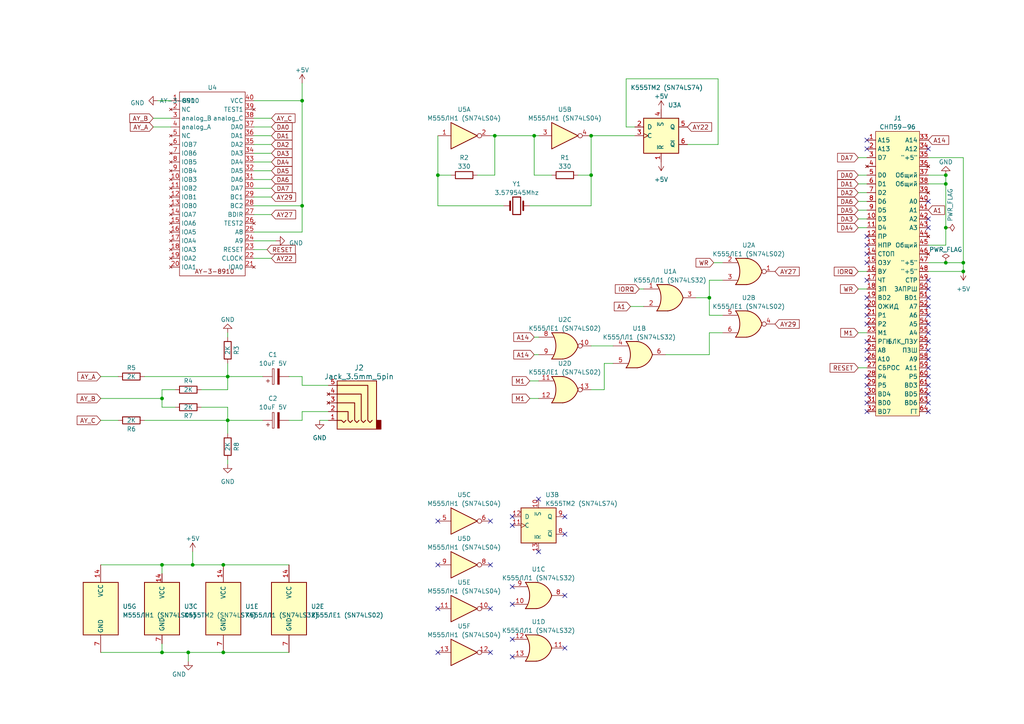
<source format=kicad_sch>
(kicad_sch (version 20230121) (generator eeschema)
  (paper "A4")
  (lib_symbols
    (symbol "74xx:74LS02" (pin_names (offset 1.016))
      (property "Reference" "U" (at 0 1.27 0))
      (property "Value" "74LS02" (at 0 -1.27 0))
      (symbol "74LS02_1_1"
        (pin output inverted (at 7.62 0 180) (length 3.81) (name "~") (number "1"))
        (pin input line (at -7.62 2.54 0) (length 4.318) (name "~") (number "2"))
        (pin input line (at -7.62 -2.54 0) (length 4.318) (name "~") (number "3"))
      )
      (symbol "74LS02_1_2"
        (pin output line (at 7.62 0 180) (length 3.81) (name "~") (number "1"))
        (pin input inverted (at -7.62 2.54 0) (length 3.81) (name "~") (number "2"))
        (pin input inverted (at -7.62 -2.54 0) (length 3.81) (name "~") (number "3"))
      )
      (symbol "74LS02_2_1"
        (pin output inverted (at 7.62 0 180) (length 3.81) (name "~") (number "4"))
        (pin input line (at -7.62 2.54 0) (length 4.318) (name "~") (number "5"))
        (pin input line (at -7.62 -2.54 0) (length 4.318) (name "~") (number "6"))
      )
      (symbol "74LS02_2_2"
        (pin output line (at 7.62 0 180) (length 3.81) (name "~") (number "4"))
        (pin input inverted (at -7.62 2.54 0) (length 3.81) (name "~") (number "5"))
        (pin input inverted (at -7.62 -2.54 0) (length 3.81) (name "~") (number "6"))
      )
      (symbol "74LS02_3_1"
        (pin output inverted (at 7.62 0 180) (length 3.81) (name "~") (number "10"))
        (pin input line (at -7.62 2.54 0) (length 4.318) (name "~") (number "8"))
        (pin input line (at -7.62 -2.54 0) (length 4.318) (name "~") (number "9"))
      )
      (symbol "74LS02_3_2"
        (pin output line (at 7.62 0 180) (length 3.81) (name "~") (number "10"))
        (pin input inverted (at -7.62 2.54 0) (length 3.81) (name "~") (number "8"))
        (pin input inverted (at -7.62 -2.54 0) (length 3.81) (name "~") (number "9"))
      )
      (symbol "74LS02_4_1"
        (pin input line (at -7.62 2.54 0) (length 4.318) (name "~") (number "11"))
        (pin input line (at -7.62 -2.54 0) (length 4.318) (name "~") (number "12"))
        (pin output inverted (at 7.62 0 180) (length 3.81) (name "~") (number "13"))
      )
      (symbol "74LS02_4_2"
        (pin input inverted (at -7.62 2.54 0) (length 3.81) (name "~") (number "11"))
        (pin input inverted (at -7.62 -2.54 0) (length 3.81) (name "~") (number "12"))
        (pin output line (at 7.62 0 180) (length 3.81) (name "~") (number "13"))
      )
      (symbol "74LS02_5_0"
        (pin power_in line (at 0 12.7 270) (length 5.08) (name "VCC") (number "14"))
        (pin power_in line (at 0 -12.7 90) (length 5.08) (name "GND") (number "7"))
      )
    )
    (symbol "74xx:74LS04"
      (property "Reference" "U" (at 0 1.27 0))
      (property "Value" "74LS04" (at 0 -1.27 0))
      (symbol "74LS04_1_0"
        (pin input line (at -7.62 0 0) (length 3.81) (name "~") (number "1"))
        (pin output inverted (at 7.62 0 180) (length 3.81) (name "~") (number "2"))
      )
      (symbol "74LS04_2_0"
        (pin input line (at -7.62 0 0) (length 3.81) (name "~") (number "3"))
        (pin output inverted (at 7.62 0 180) (length 3.81) (name "~") (number "4"))
      )
      (symbol "74LS04_3_0"
        (pin input line (at -7.62 0 0) (length 3.81) (name "~") (number "5"))
        (pin output inverted (at 7.62 0 180) (length 3.81) (name "~") (number "6"))
      )
      (symbol "74LS04_4_0"
        (pin output inverted (at 7.62 0 180) (length 3.81) (name "~") (number "8"))
        (pin input line (at -7.62 0 0) (length 3.81) (name "~") (number "9"))
      )
      (symbol "74LS04_5_0"
        (pin output inverted (at 7.62 0 180) (length 3.81) (name "~") (number "10"))
        (pin input line (at -7.62 0 0) (length 3.81) (name "~") (number "11"))
      )
      (symbol "74LS04_6_0"
        (pin output inverted (at 7.62 0 180) (length 3.81) (name "~") (number "12"))
        (pin input line (at -7.62 0 0) (length 3.81) (name "~") (number "13"))
      )
      (symbol "74LS04_7_0"
        (pin power_in line (at 0 12.7 270) (length 5.08) (name "VCC") (number "14"))
        (pin power_in line (at 0 -12.7 90) (length 5.08) (name "GND") (number "7"))
      )
    )
    (symbol "74xx:74LS32" (pin_names (offset 1.016))
      (property "Reference" "U" (at 0 1.27 0))
      (property "Value" "74LS32" (at 0 -1.27 0))
      (symbol "74LS32_1_1"
        (pin input line (at -7.62 2.54 0) (length 4.318) (name "~") (number "1"))
        (pin input line (at -7.62 -2.54 0) (length 4.318) (name "~") (number "2"))
        (pin output line (at 7.62 0 180) (length 3.81) (name "~") (number "3"))
      )
      (symbol "74LS32_1_2"
        (pin input inverted (at -7.62 2.54 0) (length 3.81) (name "~") (number "1"))
        (pin input inverted (at -7.62 -2.54 0) (length 3.81) (name "~") (number "2"))
        (pin output inverted (at 7.62 0 180) (length 3.81) (name "~") (number "3"))
      )
      (symbol "74LS32_2_1"
        (pin input line (at -7.62 2.54 0) (length 4.318) (name "~") (number "4"))
        (pin input line (at -7.62 -2.54 0) (length 4.318) (name "~") (number "5"))
        (pin output line (at 7.62 0 180) (length 3.81) (name "~") (number "6"))
      )
      (symbol "74LS32_2_2"
        (pin input inverted (at -7.62 2.54 0) (length 3.81) (name "~") (number "4"))
        (pin input inverted (at -7.62 -2.54 0) (length 3.81) (name "~") (number "5"))
        (pin output inverted (at 7.62 0 180) (length 3.81) (name "~") (number "6"))
      )
      (symbol "74LS32_3_1"
        (pin input line (at -7.62 -2.54 0) (length 4.318) (name "~") (number "10"))
        (pin output line (at 7.62 0 180) (length 3.81) (name "~") (number "8"))
        (pin input line (at -7.62 2.54 0) (length 4.318) (name "~") (number "9"))
      )
      (symbol "74LS32_3_2"
        (pin input inverted (at -7.62 -2.54 0) (length 3.81) (name "~") (number "10"))
        (pin output inverted (at 7.62 0 180) (length 3.81) (name "~") (number "8"))
        (pin input inverted (at -7.62 2.54 0) (length 3.81) (name "~") (number "9"))
      )
      (symbol "74LS32_4_1"
        (pin output line (at 7.62 0 180) (length 3.81) (name "~") (number "11"))
        (pin input line (at -7.62 2.54 0) (length 4.318) (name "~") (number "12"))
        (pin input line (at -7.62 -2.54 0) (length 4.318) (name "~") (number "13"))
      )
      (symbol "74LS32_4_2"
        (pin output inverted (at 7.62 0 180) (length 3.81) (name "~") (number "11"))
        (pin input inverted (at -7.62 2.54 0) (length 3.81) (name "~") (number "12"))
        (pin input inverted (at -7.62 -2.54 0) (length 3.81) (name "~") (number "13"))
      )
      (symbol "74LS32_5_0"
        (pin power_in line (at 0 12.7 270) (length 5.08) (name "VCC") (number "14"))
        (pin power_in line (at 0 -12.7 90) (length 5.08) (name "GND") (number "7"))
      )
    )
    (symbol "74xx:74LS74" (pin_names (offset 1.016))
      (property "Reference" "U" (at -7.62 8.89 0))
      (property "Value" "74LS74" (at -7.62 -8.89 0))
      (symbol "74LS74_1_0"
        (pin input line (at 0 -7.62 90) (length 2.54) (name "~{R}") (number "1"))
        (pin input line (at -7.62 2.54 0) (length 2.54) (name "D") (number "2"))
        (pin input clock (at -7.62 0 0) (length 2.54) (name "C") (number "3"))
        (pin input line (at 0 7.62 270) (length 2.54) (name "~{S}") (number "4"))
        (pin output line (at 7.62 2.54 180) (length 2.54) (name "Q") (number "5"))
        (pin output line (at 7.62 -2.54 180) (length 2.54) (name "~{Q}") (number "6"))
      )
      (symbol "74LS74_2_0"
        (pin input line (at 0 7.62 270) (length 2.54) (name "~{S}") (number "10"))
        (pin input clock (at -7.62 0 0) (length 2.54) (name "C") (number "11"))
        (pin input line (at -7.62 2.54 0) (length 2.54) (name "D") (number "12"))
        (pin input line (at 0 -7.62 90) (length 2.54) (name "~{R}") (number "13"))
        (pin output line (at 7.62 -2.54 180) (length 2.54) (name "~{Q}") (number "8"))
        (pin output line (at 7.62 2.54 180) (length 2.54) (name "Q") (number "9"))
      )
      (symbol "74LS74_3_0"
        (pin power_in line (at 0 10.16 270) (length 2.54) (name "VCC") (number "14"))
        (pin power_in line (at 0 -10.16 90) (length 2.54) (name "GND") (number "7"))
      )
    )
    (symbol "Device:C_Polarized" (pin_numbers hide) (pin_names (offset 0.254))
      (property "Reference" "C" (at 0.635 2.54 0))
      (property "Value" "C_Polarized" (at 0.635 -2.54 0))
      (symbol "C_Polarized_1_1"
        (pin passive line (at 0 3.81 270) (length 2.794) (name "~") (number "1"))
        (pin passive line (at 0 -3.81 90) (length 2.794) (name "~") (number "2"))
      )
    )
    (symbol "Device:Crystal" (pin_numbers hide) (pin_names (offset 1.016) hide)
      (property "Reference" "Y" (at 0 3.81 0))
      (property "Value" "Crystal" (at 0 -3.81 0))
      (symbol "Crystal_1_1"
        (pin passive line (at -3.81 0 0) (length 1.27) (name "1") (number "1"))
        (pin passive line (at 3.81 0 180) (length 1.27) (name "2") (number "2"))
      )
    )
    (symbol "Device:R" (pin_numbers hide) (pin_names (offset 0))
      (property "Reference" "R" (at 2.032 0 90))
      (property "Value" "R" (at 0 0 90))
      (symbol "R_1_1"
        (pin passive line (at 0 3.81 270) (length 1.27) (name "~") (number "1"))
        (pin passive line (at 0 -3.81 90) (length 1.27) (name "~") (number "2"))
      )
    )
    (symbol "deltaAY_symbols:AY-3-8910"
      (property "Reference" "D" (at 17.78 24.13 0))
      (symbol "AY-3-8910_0_0"
        (pin power_in line (at -12.7 22.86 0) (length 2.54) (name "GND") (number "1"))
        (pin no_connect line (at -12.7 0 0) (length 2.54) (name "IOB3") (number "10"))
        (pin no_connect line (at -12.7 -2.54 0) (length 2.54) (name "IOB2") (number "11"))
        (pin no_connect line (at -12.7 -5.08 0) (length 2.54) (name "IOB1") (number "12"))
        (pin no_connect line (at -12.7 -7.62 0) (length 2.54) (name "IOB0") (number "13"))
        (pin no_connect line (at -12.7 -10.16 0) (length 2.54) (name "IOA7") (number "14"))
        (pin no_connect line (at -12.7 -12.7 0) (length 2.54) (name "IOA6") (number "15"))
        (pin no_connect line (at -12.7 -15.24 0) (length 2.54) (name "IOA5") (number "16"))
        (pin no_connect line (at -12.7 -17.78 0) (length 2.54) (name "IOA4") (number "17"))
        (pin no_connect line (at -12.7 -20.32 0) (length 2.54) (name "IOA3") (number "18"))
        (pin no_connect line (at -12.7 -22.86 0) (length 2.54) (name "IOA2") (number "19"))
        (pin no_connect line (at -12.7 20.32 0) (length 2.54) (name "NC") (number "2"))
        (pin no_connect line (at -12.7 -25.4 0) (length 2.54) (name "IOA1") (number "20"))
        (pin no_connect line (at 11.43 -25.4 180) (length 2.54) (name "IOA0") (number "21"))
        (pin input line (at 11.43 -22.86 180) (length 2.54) (name "CLOCK") (number "22"))
        (pin input line (at 11.43 -20.32 180) (length 2.54) (name "RESET") (number "23"))
        (pin input line (at 11.43 -17.78 180) (length 2.54) (name "A9") (number "24"))
        (pin input line (at 11.43 -15.24 180) (length 2.54) (name "A8") (number "25"))
        (pin no_connect line (at 11.43 -12.7 180) (length 2.54) (name "TEST2") (number "26"))
        (pin bidirectional line (at 11.43 -10.16 180) (length 2.54) (name "BDIR") (number "27"))
        (pin bidirectional line (at 11.43 -7.62 180) (length 2.54) (name "BC2") (number "28"))
        (pin bidirectional line (at 11.43 -5.08 180) (length 2.54) (name "BC1") (number "29"))
        (pin output line (at -12.7 17.78 0) (length 2.54) (name "analog_B") (number "3"))
        (pin input line (at 11.43 -2.54 180) (length 2.54) (name "DA7") (number "30"))
        (pin input line (at 11.43 0 180) (length 2.54) (name "DA6") (number "31"))
        (pin input line (at 11.43 2.54 180) (length 2.54) (name "DA5") (number "32"))
        (pin input line (at 11.43 5.08 180) (length 2.54) (name "DA4") (number "33"))
        (pin input line (at 11.43 7.62 180) (length 2.54) (name "DA3") (number "34"))
        (pin input line (at 11.43 10.16 180) (length 2.54) (name "DA2") (number "35"))
        (pin input line (at 11.43 12.7 180) (length 2.54) (name "DA1") (number "36"))
        (pin input line (at 11.43 15.24 180) (length 2.54) (name "DA0") (number "37"))
        (pin output line (at 11.43 17.78 180) (length 2.54) (name "analog_C") (number "38"))
        (pin no_connect line (at 11.43 20.32 180) (length 2.54) (name "TEST1") (number "39"))
        (pin output line (at -12.7 15.24 0) (length 2.54) (name "analog_A") (number "4"))
        (pin power_in line (at 11.43 22.86 180) (length 2.54) (name "VCC") (number "40"))
        (pin no_connect line (at -12.7 12.7 0) (length 2.54) (name "NC") (number "5"))
        (pin no_connect line (at -12.7 10.16 0) (length 2.54) (name "IOB7") (number "6"))
        (pin no_connect line (at -12.7 7.62 0) (length 2.54) (name "IOB6") (number "7"))
        (pin no_connect line (at -12.7 5.08 0) (length 2.54) (name "IOB5") (number "8"))
        (pin no_connect line (at -12.7 2.54 0) (length 2.54) (name "IOB4") (number "9"))
      )
      (symbol "AY-3-8910_1_1"
        (text "AY-3-8910" (at 0 -26.67 0) (effects (font (size 1.27 1.27))))
      )
    )
    (symbol "deltaAY_symbols:AudioJack_5_pin"
      (property "Reference" "J7" (at -5.08 1.27 0))
      (property "Value" "Jack_3.5mm_5pin" (at 18.415 -10.16 0))
      (symbol "AudioJack_5_pin_1_1"
        (pin passive line (at 5.08 -5.08 180) (length 2.54) (name "~") (number "1"))
        (pin passive line (at 5.08 -2.54 180) (length 2.54) (name "") (number "2"))
        (pin no_connect line (at 5.08 0 180) (length 2.54) (name "") (number "3"))
        (pin no_connect line (at 5.08 2.54 180) (length 2.54) (name "") (number "4"))
        (pin passive line (at 5.08 5.08 180) (length 2.54) (name "") (number "5"))
      )
    )
    (symbol "deltaAY_symbols:SNP"
      (property "Reference" "J1" (at 0 41.91 0))
      (property "Value" "SNP" (at 0 39.37 0))
      (symbol "SNP_1_1"
        (pin bidirectional line (at -8.89 35.56 0) (length 2.54) (name "A15") (number "1"))
        (pin bidirectional line (at -8.89 12.7 0) (length 2.54) (name "D3") (number "10"))
        (pin bidirectional line (at -8.89 10.16 0) (length 2.54) (name "D4") (number "11"))
        (pin bidirectional line (at -8.89 7.62 0) (length 2.54) (name "ПР") (number "12"))
        (pin bidirectional line (at -8.89 5.08 0) (length 2.54) (name "НПР") (number "13"))
        (pin bidirectional line (at -8.89 2.54 0) (length 2.54) (name "СТОП") (number "14"))
        (pin bidirectional line (at -8.89 0 0) (length 2.54) (name "ОЗУ") (number "15"))
        (pin bidirectional line (at -8.89 -2.54 0) (length 2.54) (name "ВУ") (number "16"))
        (pin bidirectional line (at -8.89 -5.08 0) (length 2.54) (name "ЧТ") (number "17"))
        (pin bidirectional line (at -8.89 -7.62 0) (length 2.54) (name "ЗП") (number "18"))
        (pin bidirectional line (at -8.89 -10.16 0) (length 2.54) (name "BD2") (number "19"))
        (pin bidirectional line (at -8.89 33.02 0) (length 2.54) (name "A13") (number "2"))
        (pin bidirectional line (at -8.89 -12.7 0) (length 2.54) (name "ОЖИД") (number "20"))
        (pin bidirectional line (at -8.89 -15.24 0) (length 2.54) (name "P1") (number "21"))
        (pin bidirectional line (at -8.89 -17.78 0) (length 2.54) (name "P2") (number "22"))
        (pin bidirectional line (at -8.89 -20.32 0) (length 2.54) (name "М1") (number "23"))
        (pin bidirectional line (at -8.89 -22.86 0) (length 2.54) (name "РГН") (number "24"))
        (pin bidirectional line (at -8.89 -25.4 0) (length 2.54) (name "A8") (number "25"))
        (pin bidirectional line (at -8.89 -27.94 0) (length 2.54) (name "A10") (number "26"))
        (pin bidirectional line (at -8.89 -30.48 0) (length 2.54) (name "СБРОС") (number "27"))
        (pin bidirectional line (at -8.89 -33.02 0) (length 2.54) (name "P4") (number "28"))
        (pin bidirectional line (at -8.89 -35.56 0) (length 2.54) (name "P5") (number "29"))
        (pin bidirectional line (at -8.89 30.48 0) (length 2.54) (name "D7") (number "3"))
        (pin bidirectional line (at -8.89 -38.1 0) (length 2.54) (name "BD4") (number "30"))
        (pin bidirectional line (at -8.89 -40.64 0) (length 2.54) (name "BD0") (number "31"))
        (pin bidirectional line (at -8.89 -43.18 0) (length 2.54) (name "BD7") (number "32"))
        (pin bidirectional line (at 8.89 35.56 180) (length 2.54) (name "A14") (number "33"))
        (pin bidirectional line (at 8.89 33.02 180) (length 2.54) (name "A12") (number "34"))
        (pin power_in line (at 8.89 30.48 180) (length 2.54) (name "\"+5\"") (number "35"))
        (pin no_connect line (at 8.89 27.94 180) (length 2.54) (name "") (number "36"))
        (pin power_in line (at 8.89 25.4 180) (length 2.54) (name "Общий") (number "37"))
        (pin power_in line (at 8.89 22.86 180) (length 2.54) (name "Общий") (number "38"))
        (pin no_connect line (at 8.89 20.32 180) (length 2.54) (name "") (number "39"))
        (pin no_connect line (at -8.89 27.94 0) (length 2.54) (name "") (number "4"))
        (pin bidirectional line (at 8.89 17.78 180) (length 2.54) (name "A0") (number "40"))
        (pin bidirectional line (at 8.89 15.24 180) (length 2.54) (name "A1") (number "41"))
        (pin bidirectional line (at 8.89 12.7 180) (length 2.54) (name "A2") (number "42"))
        (pin bidirectional line (at 8.89 10.16 180) (length 2.54) (name "A3") (number "43"))
        (pin no_connect line (at 8.89 7.62 180) (length 2.54) (name "") (number "44"))
        (pin power_in line (at 8.89 5.08 180) (length 2.54) (name "Общий") (number "45"))
        (pin no_connect line (at 8.89 2.54 180) (length 2.54) (name "") (number "46"))
        (pin power_in line (at 8.89 0 180) (length 2.54) (name "\"+5\"") (number "47"))
        (pin power_in line (at 8.89 -2.54 180) (length 2.54) (name "\"+5\"") (number "48"))
        (pin bidirectional line (at 8.89 -5.08 180) (length 2.54) (name "СТР") (number "49"))
        (pin bidirectional line (at -8.89 25.4 0) (length 2.54) (name "D0") (number "5"))
        (pin bidirectional line (at 8.89 -7.62 180) (length 2.54) (name "ЗАПРШ") (number "50"))
        (pin bidirectional line (at 8.89 -10.16 180) (length 2.54) (name "BD1") (number "51"))
        (pin bidirectional line (at 8.89 -12.7 180) (length 2.54) (name "A7") (number "52"))
        (pin bidirectional line (at 8.89 -15.24 180) (length 2.54) (name "A6") (number "53"))
        (pin bidirectional line (at 8.89 -17.78 180) (length 2.54) (name "A5") (number "54"))
        (pin bidirectional line (at 8.89 -20.32 180) (length 2.54) (name "A4") (number "55"))
        (pin bidirectional line (at 8.89 -22.86 180) (length 2.54) (name "БЛК_ПЗУ") (number "56"))
        (pin bidirectional line (at 8.89 -25.4 180) (length 2.54) (name "ПЗШ") (number "57"))
        (pin bidirectional line (at 8.89 -27.94 180) (length 2.54) (name "A9") (number "58"))
        (pin bidirectional line (at 8.89 -30.48 180) (length 2.54) (name "A11") (number "59"))
        (pin bidirectional line (at -8.89 22.86 0) (length 2.54) (name "D1") (number "6"))
        (pin bidirectional line (at 8.89 -33.02 180) (length 2.54) (name "P5") (number "60"))
        (pin bidirectional line (at 8.89 -35.56 180) (length 2.54) (name "BD3") (number "61"))
        (pin bidirectional line (at 8.89 -38.1 180) (length 2.54) (name "BD5") (number "62"))
        (pin bidirectional line (at 8.89 -40.64 180) (length 2.54) (name "BD6") (number "63"))
        (pin bidirectional line (at 8.89 -43.18 180) (length 2.54) (name "ГТ") (number "64"))
        (pin bidirectional line (at -8.89 20.32 0) (length 2.54) (name "D2") (number "7"))
        (pin bidirectional line (at -8.89 17.78 0) (length 2.54) (name "D6") (number "8"))
        (pin bidirectional line (at -8.89 15.24 0) (length 2.54) (name "D5") (number "9"))
      )
    )
    (symbol "power:+5V" (power) (pin_names (offset 0))
      (property "Value" "+5V" (at 0 3.556 0))
      (symbol "+5V_1_1"
        (pin power_in line (at 0 0 90) (length 0) hide (name "+5V") (number "1"))
      )
    )
    (symbol "power:GND" (power) (pin_names (offset 0))
      (property "Value" "GND" (at 0 -3.81 0))
      (symbol "GND_1_1"
        (pin power_in line (at 0 0 270) (length 0) hide (name "GND") (number "1"))
      )
    )
    (symbol "power:PWR_FLAG" (power) (pin_numbers hide) (pin_names (offset 0) hide)
      (property "Value" "PWR_FLAG" (at 0 3.81 0))
      (symbol "PWR_FLAG_0_0"
        (pin power_out line (at 0 0 90) (length 0) (name "pwr") (number "1"))
      )
    )
  )
  (junction (at 171.45 39.37))
  (junction (at 127 50.8))
  (junction (at 46.99 189.23))
  (junction (at 171.45 50.8))
  (junction (at 274.32 66.04))
  (junction (at 205.74 86.36))
  (junction (at 279.4 78.74))
  (junction (at 64.77 189.23))
  (junction (at 274.32 53.34))
  (junction (at 54.61 189.23))
  (junction (at 55.88 163.83))
  (junction (at 154.94 39.37))
  (junction (at 143.51 39.37))
  (junction (at 66.04 121.92))
  (junction (at 66.04 109.22))
  (junction (at 87.63 59.69))
  (junction (at 279.4 76.2))
  (junction (at 87.63 29.21))
  (junction (at 46.99 115.57))
  (junction (at 46.99 163.83))
  (junction (at 274.32 76.2))
  (junction (at 64.77 163.83))
  (junction (at 274.32 50.8))
  (no_connect (at 251.46 91.44))
  (no_connect (at 269.24 58.42))
  (no_connect (at 269.24 96.52))
  (no_connect (at 251.46 73.66))
  (no_connect (at 251.46 43.18))
  (no_connect (at 142.24 176.53))
  (no_connect (at 269.24 106.68))
  (no_connect (at 251.46 81.28))
  (no_connect (at 163.83 154.94))
  (no_connect (at 251.46 93.98))
  (no_connect (at 127 189.23))
  (no_connect (at 269.24 104.14))
  (no_connect (at 269.24 66.04))
  (no_connect (at 148.59 149.86))
  (no_connect (at 127 163.83))
  (no_connect (at 163.83 187.96))
  (no_connect (at 251.46 111.76))
  (no_connect (at 251.46 71.12))
  (no_connect (at 269.24 88.9))
  (no_connect (at 142.24 189.23))
  (no_connect (at 269.24 63.5))
  (no_connect (at 269.24 114.3))
  (no_connect (at 269.24 111.76))
  (no_connect (at 251.46 76.2))
  (no_connect (at 156.21 144.78))
  (no_connect (at 148.59 185.42))
  (no_connect (at 148.59 170.18))
  (no_connect (at 156.21 160.02))
  (no_connect (at 163.83 172.72))
  (no_connect (at 163.83 149.86))
  (no_connect (at 269.24 109.22))
  (no_connect (at 148.59 152.4))
  (no_connect (at 251.46 116.84))
  (no_connect (at 251.46 40.64))
  (no_connect (at 142.24 151.13))
  (no_connect (at 251.46 101.6))
  (no_connect (at 251.46 86.36))
  (no_connect (at 251.46 109.22))
  (no_connect (at 251.46 99.06))
  (no_connect (at 148.59 175.26))
  (no_connect (at 269.24 99.06))
  (no_connect (at 251.46 88.9))
  (no_connect (at 269.24 86.36))
  (no_connect (at 142.24 163.83))
  (no_connect (at 251.46 68.58))
  (no_connect (at 251.46 119.38))
  (no_connect (at 269.24 81.28))
  (no_connect (at 148.59 190.5))
  (no_connect (at 269.24 83.82))
  (no_connect (at 269.24 101.6))
  (no_connect (at 269.24 93.98))
  (no_connect (at 269.24 91.44))
  (no_connect (at 269.24 119.38))
  (no_connect (at 251.46 114.3))
  (no_connect (at 269.24 43.18))
  (no_connect (at 127 176.53))
  (no_connect (at 269.24 116.84))
  (no_connect (at 251.46 104.14))
  (no_connect (at 127 151.13))
  (wire (pts (xy 87.63 111.76) (xy 95.25 111.76)))
  (wire (pts (xy 78.74 34.29) (xy 73.66 34.29)))
  (wire (pts (xy 248.92 83.82) (xy 251.46 83.82)))
  (wire (pts (xy 46.99 113.03) (xy 46.99 115.57)))
  (wire (pts (xy 29.21 189.23) (xy 46.99 189.23)))
  (wire (pts (xy 154.94 39.37) (xy 156.21 39.37)))
  (wire (pts (xy 127 50.8) (xy 130.81 50.8)))
  (wire (pts (xy 208.28 41.91) (xy 208.28 22.86)))
  (wire (pts (xy 205.74 86.36) (xy 205.74 81.28)))
  (wire (pts (xy 248.92 45.72) (xy 251.46 45.72)))
  (wire (pts (xy 83.82 109.22) (xy 87.63 109.22)))
  (wire (pts (xy 248.92 96.52) (xy 251.46 96.52)))
  (wire (pts (xy 54.61 189.23) (xy 54.61 191.77)))
  (wire (pts (xy 181.61 36.83) (xy 184.15 36.83)))
  (wire (pts (xy 78.74 74.93) (xy 73.66 74.93)))
  (wire (pts (xy 138.43 50.8) (xy 143.51 50.8)))
  (wire (pts (xy 78.74 52.07) (xy 73.66 52.07)))
  (wire (pts (xy 29.21 115.57) (xy 46.99 115.57)))
  (wire (pts (xy 83.82 121.92) (xy 87.63 121.92)))
  (wire (pts (xy 209.55 96.52) (xy 205.74 96.52)))
  (wire (pts (xy 274.32 53.34) (xy 274.32 50.8)))
  (wire (pts (xy 54.61 189.23) (xy 64.77 189.23)))
  (wire (pts (xy 127 59.69) (xy 146.05 59.69)))
  (wire (pts (xy 205.74 102.87) (xy 193.04 102.87)))
  (wire (pts (xy 274.32 71.12) (xy 274.32 66.04)))
  (wire (pts (xy 87.63 29.21) (xy 87.63 59.69)))
  (wire (pts (xy 66.04 105.41) (xy 66.04 109.22)))
  (wire (pts (xy 77.47 72.39) (xy 73.66 72.39)))
  (wire (pts (xy 248.92 50.8) (xy 251.46 50.8)))
  (wire (pts (xy 87.63 109.22) (xy 87.63 111.76)))
  (wire (pts (xy 181.61 22.86) (xy 181.61 36.83)))
  (wire (pts (xy 29.21 163.83) (xy 46.99 163.83)))
  (wire (pts (xy 73.66 59.69) (xy 87.63 59.69)))
  (wire (pts (xy 248.92 55.88) (xy 251.46 55.88)))
  (wire (pts (xy 44.45 34.29) (xy 49.53 34.29)))
  (wire (pts (xy 185.42 83.82) (xy 186.69 83.82)))
  (wire (pts (xy 73.66 62.23) (xy 78.74 62.23)))
  (wire (pts (xy 44.45 36.83) (xy 49.53 36.83)))
  (wire (pts (xy 46.99 163.83) (xy 46.99 166.37)))
  (wire (pts (xy 209.55 91.44) (xy 205.74 91.44)))
  (wire (pts (xy 66.04 109.22) (xy 76.2 109.22)))
  (wire (pts (xy 66.04 96.52) (xy 66.04 97.79)))
  (wire (pts (xy 55.88 160.02) (xy 55.88 163.83)))
  (wire (pts (xy 248.92 63.5) (xy 251.46 63.5)))
  (wire (pts (xy 78.74 36.83) (xy 73.66 36.83)))
  (wire (pts (xy 143.51 50.8) (xy 143.51 39.37)))
  (wire (pts (xy 248.92 53.34) (xy 251.46 53.34)))
  (wire (pts (xy 87.63 121.92) (xy 87.63 119.38)))
  (wire (pts (xy 64.77 189.23) (xy 83.82 189.23)))
  (wire (pts (xy 92.71 121.92) (xy 95.25 121.92)))
  (wire (pts (xy 184.15 39.37) (xy 171.45 39.37)))
  (wire (pts (xy 175.26 113.03) (xy 175.26 105.41)))
  (wire (pts (xy 154.94 97.79) (xy 156.21 97.79)))
  (wire (pts (xy 87.63 29.21) (xy 87.63 24.13)))
  (wire (pts (xy 87.63 67.31) (xy 73.66 67.31)))
  (wire (pts (xy 153.67 59.69) (xy 171.45 59.69)))
  (wire (pts (xy 78.74 57.15) (xy 73.66 57.15)))
  (wire (pts (xy 41.91 121.92) (xy 66.04 121.92)))
  (wire (pts (xy 248.92 66.04) (xy 251.46 66.04)))
  (wire (pts (xy 269.24 76.2) (xy 274.32 76.2)))
  (wire (pts (xy 87.63 119.38) (xy 95.25 119.38)))
  (wire (pts (xy 154.94 50.8) (xy 160.02 50.8)))
  (wire (pts (xy 41.91 109.22) (xy 66.04 109.22)))
  (wire (pts (xy 46.99 118.11) (xy 50.8 118.11)))
  (wire (pts (xy 153.67 110.49) (xy 156.21 110.49)))
  (wire (pts (xy 274.32 50.8) (xy 269.24 50.8)))
  (wire (pts (xy 46.99 186.69) (xy 46.99 189.23)))
  (wire (pts (xy 248.92 60.96) (xy 251.46 60.96)))
  (wire (pts (xy 205.74 91.44) (xy 205.74 86.36)))
  (wire (pts (xy 29.21 109.22) (xy 34.29 109.22)))
  (wire (pts (xy 153.67 115.57) (xy 156.21 115.57)))
  (wire (pts (xy 248.92 106.68) (xy 251.46 106.68)))
  (wire (pts (xy 205.74 81.28) (xy 209.55 81.28)))
  (wire (pts (xy 46.99 115.57) (xy 46.99 118.11)))
  (wire (pts (xy 55.88 163.83) (xy 64.77 163.83)))
  (wire (pts (xy 78.74 41.91) (xy 73.66 41.91)))
  (wire (pts (xy 142.24 39.37) (xy 143.51 39.37)))
  (wire (pts (xy 64.77 163.83) (xy 83.82 163.83)))
  (wire (pts (xy 78.74 49.53) (xy 73.66 49.53)))
  (wire (pts (xy 80.01 69.85) (xy 73.66 69.85)))
  (wire (pts (xy 201.93 86.36) (xy 205.74 86.36)))
  (wire (pts (xy 66.04 113.03) (xy 66.04 109.22)))
  (wire (pts (xy 58.42 118.11) (xy 66.04 118.11)))
  (wire (pts (xy 78.74 39.37) (xy 73.66 39.37)))
  (wire (pts (xy 66.04 121.92) (xy 76.2 121.92)))
  (wire (pts (xy 274.32 66.04) (xy 274.32 53.34)))
  (wire (pts (xy 50.8 113.03) (xy 46.99 113.03)))
  (wire (pts (xy 205.74 96.52) (xy 205.74 102.87)))
  (wire (pts (xy 46.99 189.23) (xy 54.61 189.23)))
  (wire (pts (xy 78.74 46.99) (xy 73.66 46.99)))
  (wire (pts (xy 127 39.37) (xy 127 50.8)))
  (wire (pts (xy 269.24 71.12) (xy 274.32 71.12)))
  (wire (pts (xy 274.32 76.2) (xy 279.4 76.2)))
  (wire (pts (xy 279.4 76.2) (xy 279.4 78.74)))
  (wire (pts (xy 269.24 53.34) (xy 274.32 53.34)))
  (wire (pts (xy 171.45 59.69) (xy 171.45 50.8)))
  (wire (pts (xy 269.24 78.74) (xy 279.4 78.74)))
  (wire (pts (xy 248.92 78.74) (xy 251.46 78.74)))
  (wire (pts (xy 248.92 58.42) (xy 251.46 58.42)))
  (wire (pts (xy 154.94 102.87) (xy 156.21 102.87)))
  (wire (pts (xy 175.26 105.41) (xy 177.8 105.41)))
  (wire (pts (xy 208.28 22.86) (xy 181.61 22.86)))
  (wire (pts (xy 45.72 29.21) (xy 49.53 29.21)))
  (wire (pts (xy 199.39 41.91) (xy 208.28 41.91)))
  (wire (pts (xy 29.21 121.92) (xy 34.29 121.92)))
  (wire (pts (xy 143.51 39.37) (xy 154.94 39.37)))
  (wire (pts (xy 58.42 113.03) (xy 66.04 113.03)))
  (wire (pts (xy 87.63 59.69) (xy 87.63 67.31)))
  (wire (pts (xy 46.99 163.83) (xy 55.88 163.83)))
  (wire (pts (xy 171.45 50.8) (xy 171.45 39.37)))
  (wire (pts (xy 171.45 100.33) (xy 177.8 100.33)))
  (wire (pts (xy 66.04 134.62) (xy 66.04 133.35)))
  (wire (pts (xy 207.01 76.2) (xy 209.55 76.2)))
  (wire (pts (xy 66.04 121.92) (xy 66.04 125.73)))
  (wire (pts (xy 66.04 118.11) (xy 66.04 121.92)))
  (wire (pts (xy 127 50.8) (xy 127 59.69)))
  (wire (pts (xy 167.64 50.8) (xy 171.45 50.8)))
  (wire (pts (xy 279.4 45.72) (xy 279.4 76.2)))
  (wire (pts (xy 171.45 113.03) (xy 175.26 113.03)))
  (wire (pts (xy 182.88 88.9) (xy 186.69 88.9)))
  (wire (pts (xy 78.74 44.45) (xy 73.66 44.45)))
  (wire (pts (xy 269.24 45.72) (xy 279.4 45.72)))
  (wire (pts (xy 78.74 54.61) (xy 73.66 54.61)))
  (wire (pts (xy 154.94 39.37) (xy 154.94 50.8)))
  (wire (pts (xy 73.66 29.21) (xy 87.63 29.21)))
  (global_label "DA2" (shape input) (at 248.92 55.88 180) (property "Intersheetrefs" "${INTERSHEET_REFS}" (effects hide)))
  (global_label "A14" (shape input) (at 154.94 102.87 180) (property "Intersheetrefs" "${INTERSHEET_REFS}" (effects hide)))
  (global_label "AY29" (shape input) (at 224.79 93.98 0) (property "Intersheetrefs" "${INTERSHEET_REFS}" (effects hide)))
  (global_label "RESET" (shape input) (at 77.47 72.39 0) (property "Intersheetrefs" "${INTERSHEET_REFS}" (effects hide)))
  (global_label "DA1" (shape input) (at 248.92 53.34 180) (property "Intersheetrefs" "${INTERSHEET_REFS}" (effects hide)))
  (global_label "DA3" (shape input) (at 248.92 63.5 180) (property "Intersheetrefs" "${INTERSHEET_REFS}" (effects hide)))
  (global_label "DA0" (shape input) (at 248.92 50.8 180) (property "Intersheetrefs" "${INTERSHEET_REFS}" (effects hide)))
  (global_label "DA4" (shape input) (at 78.74 46.99 0) (property "Intersheetrefs" "${INTERSHEET_REFS}" (effects hide)))
  (global_label "A1" (shape input) (at 182.88 88.9 180) (property "Intersheetrefs" "${INTERSHEET_REFS}" (effects hide)))
  (global_label "RESET" (shape input) (at 248.92 106.68 180) (property "Intersheetrefs" "${INTERSHEET_REFS}" (effects hide)))
  (global_label "AY27" (shape input) (at 78.74 62.23 0) (property "Intersheetrefs" "${INTERSHEET_REFS}" (effects hide)))
  (global_label "A14" (shape input) (at 269.24 40.64 0) (property "Intersheetrefs" "${INTERSHEET_REFS}" (effects hide)))
  (global_label "M1" (shape input) (at 153.67 110.49 180) (property "Intersheetrefs" "${INTERSHEET_REFS}" (effects hide)))
  (global_label "AY_C" (shape input) (at 29.21 121.92 180) (property "Intersheetrefs" "${INTERSHEET_REFS}" (effects hide)))
  (global_label "DA4" (shape input) (at 248.92 66.04 180) (property "Intersheetrefs" "${INTERSHEET_REFS}" (effects hide)))
  (global_label "IORQ" (shape input) (at 248.92 78.74 180) (property "Intersheetrefs" "${INTERSHEET_REFS}" (effects hide)))
  (global_label "DA5" (shape input) (at 248.92 60.96 180) (property "Intersheetrefs" "${INTERSHEET_REFS}" (effects hide)))
  (global_label "DA7" (shape input) (at 78.74 54.61 0) (property "Intersheetrefs" "${INTERSHEET_REFS}" (effects hide)))
  (global_label "AY_A" (shape input) (at 29.21 109.22 180) (property "Intersheetrefs" "${INTERSHEET_REFS}" (effects hide)))
  (global_label "A1" (shape input) (at 269.24 60.96 0) (property "Intersheetrefs" "${INTERSHEET_REFS}" (effects hide)))
  (global_label "DA2" (shape input) (at 78.74 41.91 0) (property "Intersheetrefs" "${INTERSHEET_REFS}" (effects hide)))
  (global_label "AY27" (shape input) (at 224.79 78.74 0) (property "Intersheetrefs" "${INTERSHEET_REFS}" (effects hide)))
  (global_label "AY_C" (shape input) (at 78.74 34.29 0) (property "Intersheetrefs" "${INTERSHEET_REFS}" (effects hide)))
  (global_label "DA7" (shape input) (at 248.92 45.72 180) (property "Intersheetrefs" "${INTERSHEET_REFS}" (effects hide)))
  (global_label "DA6" (shape input) (at 248.92 58.42 180) (property "Intersheetrefs" "${INTERSHEET_REFS}" (effects hide)))
  (global_label "AY_B" (shape input) (at 44.45 34.29 180) (property "Intersheetrefs" "${INTERSHEET_REFS}" (effects hide)))
  (global_label "AY_B" (shape input) (at 29.21 115.57 180) (property "Intersheetrefs" "${INTERSHEET_REFS}" (effects hide)))
  (global_label "AY22" (shape input) (at 78.74 74.93 0) (property "Intersheetrefs" "${INTERSHEET_REFS}" (effects hide)))
  (global_label "AY29" (shape input) (at 78.74 57.15 0) (property "Intersheetrefs" "${INTERSHEET_REFS}" (effects hide)))
  (global_label "M1" (shape input) (at 153.67 115.57 180) (property "Intersheetrefs" "${INTERSHEET_REFS}" (effects hide)))
  (global_label "DA3" (shape input) (at 78.74 44.45 0) (property "Intersheetrefs" "${INTERSHEET_REFS}" (effects hide)))
  (global_label "WR" (shape input) (at 207.01 76.2 180) (property "Intersheetrefs" "${INTERSHEET_REFS}" (effects hide)))
  (global_label "DA0" (shape input) (at 78.74 36.83 0) (property "Intersheetrefs" "${INTERSHEET_REFS}" (effects hide)))
  (global_label "AY22" (shape input) (at 199.39 36.83 0) (property "Intersheetrefs" "${INTERSHEET_REFS}" (effects hide)))
  (global_label "DA1" (shape input) (at 78.74 39.37 0) (property "Intersheetrefs" "${INTERSHEET_REFS}" (effects hide)))
  (global_label "AY_A" (shape input) (at 44.45 36.83 180) (property "Intersheetrefs" "${INTERSHEET_REFS}" (effects hide)))
  (global_label "IORQ" (shape input) (at 185.42 83.82 180) (property "Intersheetrefs" "${INTERSHEET_REFS}" (effects hide)))
  (global_label "WR" (shape input) (at 248.92 83.82 180) (property "Intersheetrefs" "${INTERSHEET_REFS}" (effects hide)))
  (global_label "DA6" (shape input) (at 78.74 52.07 0) (property "Intersheetrefs" "${INTERSHEET_REFS}" (effects hide)))
  (global_label "M1" (shape input) (at 248.92 96.52 180) (property "Intersheetrefs" "${INTERSHEET_REFS}" (effects hide)))
  (global_label "A14" (shape input) (at 154.94 97.79 180) (property "Intersheetrefs" "${INTERSHEET_REFS}" (effects hide)))
  (global_label "DA5" (shape input) (at 78.74 49.53 0) (property "Intersheetrefs" "${INTERSHEET_REFS}" (effects hide)))
  (symbol (lib_id "deltaAY_symbols:SNP") (at 260.35 76.2 0) (unit 1)
    (property "Reference" "J1" (at 260.35 34.29 0))
    (property "Value" "СНП59-96" (at 260.35 36.83 0))
    (property "Footprint" "deltaAY:SNP96" (effects hide))
  )
  (symbol (lib_id "power:PWR_FLAG") (at 274.32 66.04 270) (unit 1)
    (property "Reference" "#FLG02" (effects hide))
    (property "Value" "PWR_FLAG" (at 275.59 54.61 0) (effects (justify left)))
  )
  (symbol (lib_id "74xx:74LS04") (at 134.62 176.53 0) (unit 5)
    (property "Reference" "U5" (at 134.62 168.91 0))
    (property "Value" "М555ЛН1 (SN74LS04)" (at 134.62 171.45 0))
    (property "Footprint" "Package_DIP:DIP-14_W7.62mm_LongPads" (effects hide))
    (property "Datasheet" "http://www.ti.com/lit/gpn/sn74LS04" (effects hide))
  )
  (symbol (lib_id "power:+5V") (at 191.77 46.99 180) (unit 1)
    (property "Reference" "#PWR08" (effects hide))
    (property "Value" "+5V" (at 191.77 52.07 0))
  )
  (symbol (lib_id "power:GND") (at 80.01 69.85 90) (unit 1)
    (property "Reference" "#PWR03" (effects hide))
    (property "Value" "GND" (at 83.82 70.485 90) (effects (justify right)))
  )
  (symbol (lib_id "74xx:74LS02") (at 217.17 93.98 0) (unit 2)
    (property "Reference" "U2" (at 217.17 86.36 0))
    (property "Value" "К555ЛЕ1 (SN74LS02)" (at 217.17 88.9 0))
    (property "Footprint" "Package_DIP:DIP-14_W7.62mm_LongPads" (effects hide))
    (property "Datasheet" "http://www.ti.com/lit/gpn/sn74ls02" (effects hide))
  )
  (symbol (lib_id "74xx:74LS04") (at 134.62 39.37 0) (unit 1)
    (property "Reference" "U5" (at 134.62 31.75 0))
    (property "Value" "М555ЛН1 (SN74LS04)" (at 134.62 34.29 0))
    (property "Footprint" "Package_DIP:DIP-14_W7.62mm_LongPads" (effects hide))
    (property "Datasheet" "http://www.ti.com/lit/gpn/sn74LS04" (effects hide))
  )
  (symbol (lib_id "power:+5V") (at 191.77 31.75 0) (unit 1)
    (property "Reference" "#PWR09" (effects hide))
    (property "Value" "+5V" (at 191.77 27.94 0))
  )
  (symbol (lib_id "Device:R") (at 38.1 109.22 90) (unit 1)
    (property "Reference" "R5" (at 38.1 106.68 90))
    (property "Value" "2K" (at 38.1 109.22 90))
    (property "Footprint" "Resistor_THT:R_Axial_DIN0207_L6.3mm_D2.5mm_P7.62mm_Horizontal" (effects hide))
  )
  (symbol (lib_id "74xx:74LS04") (at 134.62 151.13 0) (unit 3)
    (property "Reference" "U5" (at 134.62 143.51 0))
    (property "Value" "М555ЛН1 (SN74LS04)" (at 134.62 146.05 0))
    (property "Footprint" "Package_DIP:DIP-14_W7.62mm_LongPads" (effects hide))
    (property "Datasheet" "http://www.ti.com/lit/gpn/sn74LS04" (effects hide))
  )
  (symbol (lib_id "74xx:74LS32") (at 156.21 172.72 0) (unit 3)
    (property "Reference" "U1" (at 156.21 165.1 0))
    (property "Value" "К555ЛЛ1 (SN74LS32)" (at 156.21 167.64 0))
    (property "Footprint" "Package_DIP:DIP-14_W7.62mm_LongPads" (effects hide))
    (property "Datasheet" "http://www.ti.com/lit/gpn/sn74LS32" (effects hide))
  )
  (symbol (lib_id "74xx:74LS74") (at 156.21 152.4 0) (unit 2)
    (property "Reference" "U3" (at 158.1659 143.51 0) (effects (justify left)))
    (property "Value" "К555ТМ2 (SN74LS74)" (at 158.1659 146.05 0) (effects (justify left)))
    (property "Footprint" "Package_DIP:DIP-14_W7.62mm_LongPads" (effects hide))
    (property "Datasheet" "74xx/74hc_hct74.pdf" (effects hide))
  )
  (symbol (lib_id "74xx:74LS32") (at 185.42 102.87 0) (unit 2)
    (property "Reference" "U1" (at 185.42 95.25 0))
    (property "Value" "К555ЛЛ1 (SN74LS32)" (at 185.42 97.79 0))
    (property "Footprint" "Package_DIP:DIP-14_W7.62mm_LongPads" (effects hide))
    (property "Datasheet" "http://www.ti.com/lit/gpn/sn74LS32" (effects hide))
  )
  (symbol (lib_id "power:GND") (at 66.04 96.52 180) (unit 1)
    (property "Reference" "#PWR010" (effects hide))
    (property "Value" "GND" (at 66.04 92.71 0))
  )
  (symbol (lib_id "74xx:74LS02") (at 163.83 100.33 0) (unit 3)
    (property "Reference" "U2" (at 163.83 92.71 0))
    (property "Value" "К555ЛЕ1 (SN74LS02)" (at 163.83 95.25 0))
    (property "Footprint" "Package_DIP:DIP-14_W7.62mm_LongPads" (effects hide))
    (property "Datasheet" "http://www.ti.com/lit/gpn/sn74ls02" (effects hide))
  )
  (symbol (lib_id "74xx:74LS74") (at 46.99 176.53 0) (unit 3)
    (property "Reference" "U3" (at 53.34 175.895 0) (effects (justify left)))
    (property "Value" "К555ТМ2 (SN74LS74)" (at 53.34 178.435 0) (effects (justify left)))
    (property "Footprint" "Package_DIP:DIP-14_W7.62mm_LongPads" (effects hide))
    (property "Datasheet" "74xx/74hc_hct74.pdf" (effects hide))
  )
  (symbol (lib_id "74xx:74LS02") (at 163.83 113.03 0) (unit 4)
    (property "Reference" "U2" (at 163.83 105.41 0))
    (property "Value" "К555ЛЕ1 (SN74LS02)" (at 163.83 107.95 0))
    (property "Footprint" "Package_DIP:DIP-14_W7.62mm_LongPads" (effects hide))
    (property "Datasheet" "http://www.ti.com/lit/gpn/sn74ls02" (effects hide))
  )
  (symbol (lib_id "power:PWR_FLAG") (at 274.32 76.2 0) (unit 1)
    (property "Reference" "#FLG01" (effects hide))
    (property "Value" "PWR_FLAG" (at 274.32 72.39 0))
  )
  (symbol (lib_id "74xx:74LS04") (at 29.21 176.53 0) (unit 7)
    (property "Reference" "U5" (at 35.56 175.895 0) (effects (justify left)))
    (property "Value" "М555ЛН1 (SN74LS04)" (at 35.56 178.435 0) (effects (justify left)))
    (property "Footprint" "Package_DIP:DIP-14_W7.62mm_LongPads" (effects hide))
    (property "Datasheet" "http://www.ti.com/lit/gpn/sn74LS04" (effects hide))
  )
  (symbol (lib_id "74xx:74LS32") (at 64.77 176.53 0) (unit 5)
    (property "Reference" "U1" (at 71.12 175.895 0) (effects (justify left)))
    (property "Value" "К555ЛЛ1 (SN74LS32)" (at 71.12 178.435 0) (effects (justify left)))
    (property "Footprint" "Package_DIP:DIP-14_W7.62mm_LongPads" (effects hide))
    (property "Datasheet" "http://www.ti.com/lit/gpn/sn74LS32" (effects hide))
  )
  (symbol (lib_id "74xx:74LS02") (at 83.82 176.53 0) (unit 5)
    (property "Reference" "U2" (at 90.17 175.895 0) (effects (justify left)))
    (property "Value" "К555ЛЕ1 (SN74LS02)" (at 90.17 178.435 0) (effects (justify left)))
    (property "Footprint" "Package_DIP:DIP-14_W7.62mm_LongPads" (effects hide))
    (property "Datasheet" "http://www.ti.com/lit/gpn/sn74ls02" (effects hide))
  )
  (symbol (lib_id "74xx:74LS74") (at 191.77 39.37 0) (unit 1)
    (property "Reference" "U3" (at 193.7259 30.48 0) (effects (justify left)))
    (property "Value" "К555ТМ2 (SN74LS74)" (at 182.88 25.4 0) (effects (justify left)))
    (property "Footprint" "Package_DIP:DIP-14_W7.62mm_LongPads" (effects hide))
    (property "Datasheet" "74xx/74hc_hct74.pdf" (effects hide))
  )
  (symbol (lib_id "Device:R") (at 66.04 101.6 0) (unit 1)
    (property "Reference" "R3" (at 68.58 101.6 90))
    (property "Value" "2K" (at 66.04 101.6 90))
    (property "Footprint" "Resistor_THT:R_Axial_DIN0207_L6.3mm_D2.5mm_P7.62mm_Horizontal" (effects hide))
  )
  (symbol (lib_id "74xx:74LS04") (at 134.62 163.83 0) (unit 4)
    (property "Reference" "U5" (at 134.62 156.21 0))
    (property "Value" "М555ЛН1 (SN74LS04)" (at 134.62 158.75 0))
    (property "Footprint" "Package_DIP:DIP-14_W7.62mm_LongPads" (effects hide))
    (property "Datasheet" "http://www.ti.com/lit/gpn/sn74LS04" (effects hide))
  )
  (symbol (lib_id "power:+5V") (at 87.63 24.13 0) (unit 1)
    (property "Reference" "#PWR01" (effects hide))
    (property "Value" "+5V" (at 87.63 20.32 0))
  )
  (symbol (lib_id "Device:R") (at 54.61 118.11 90) (unit 1)
    (property "Reference" "R7" (at 54.61 120.65 90))
    (property "Value" "2K" (at 54.61 118.11 90))
    (property "Footprint" "Resistor_THT:R_Axial_DIN0207_L6.3mm_D2.5mm_P7.62mm_Horizontal" (effects hide))
  )
  (symbol (lib_id "power:GND") (at 92.71 121.92 0) (unit 1)
    (property "Reference" "#PWR012" (effects hide))
    (property "Value" "GND" (at 92.71 127 0))
  )
  (symbol (lib_id "power:GND") (at 66.04 134.62 0) (unit 1)
    (property "Reference" "#PWR011" (effects hide))
    (property "Value" "GND" (at 66.04 139.7 0))
  )
  (symbol (lib_id "74xx:74LS32") (at 194.31 86.36 0) (unit 1)
    (property "Reference" "U1" (at 194.31 78.74 0))
    (property "Value" "К555ЛЛ1 (SN74LS32)" (at 194.31 81.28 0))
    (property "Footprint" "Package_DIP:DIP-14_W7.62mm_LongPads" (effects hide))
    (property "Datasheet" "http://www.ti.com/lit/gpn/sn74LS32" (effects hide))
  )
  (symbol (lib_id "Device:C_Polarized") (at 80.01 109.22 90) (unit 1)
    (property "Reference" "C1" (at 79.121 102.87 90))
    (property "Value" "10uF 5V" (at 79.121 105.41 90))
    (property "Footprint" "Capacitor_THT:CP_Radial_D8.0mm_P3.80mm" (effects hide))
  )
  (symbol (lib_id "Device:R") (at 54.61 113.03 90) (unit 1)
    (property "Reference" "R4" (at 54.61 110.49 90))
    (property "Value" "2K" (at 54.61 113.03 90))
    (property "Footprint" "Resistor_THT:R_Axial_DIN0207_L6.3mm_D2.5mm_P7.62mm_Horizontal" (effects hide))
  )
  (symbol (lib_id "Device:C_Polarized") (at 80.01 121.92 90) (unit 1)
    (property "Reference" "C2" (at 79.121 115.57 90))
    (property "Value" "10uF 5V" (at 79.121 118.11 90))
    (property "Footprint" "Capacitor_THT:CP_Radial_D8.0mm_P3.80mm" (effects hide))
  )
  (symbol (lib_id "Device:R") (at 66.04 129.54 0) (unit 1)
    (property "Reference" "R8" (at 68.58 129.54 90))
    (property "Value" "2K" (at 66.04 129.54 90))
    (property "Footprint" "Resistor_THT:R_Axial_DIN0207_L6.3mm_D2.5mm_P7.62mm_Horizontal" (effects hide))
  )
  (symbol (lib_id "power:GND") (at 54.61 191.77 0) (unit 1)
    (property "Reference" "#PWR04" (effects hide))
    (property "Value" "GND" (at 53.975 195.58 0) (effects (justify right)))
  )
  (symbol (lib_id "deltaAY_symbols:AY-3-8910") (at 62.23 52.07 0) (unit 1)
    (property "Reference" "U4" (at 61.595 25.4 0))
    (property "Value" "AY-3-8910" (at 52.07 29.21 0))
    (property "Footprint" "Package_DIP:DIP-40_W15.24mm_LongPads" (effects hide))
  )
  (symbol (lib_id "74xx:74LS32") (at 156.21 187.96 0) (unit 4)
    (property "Reference" "U1" (at 156.21 180.34 0))
    (property "Value" "К555ЛЛ1 (SN74LS32)" (at 156.21 182.88 0))
    (property "Footprint" "Package_DIP:DIP-14_W7.62mm_LongPads" (effects hide))
    (property "Datasheet" "http://www.ti.com/lit/gpn/sn74LS32" (effects hide))
  )
  (symbol (lib_id "Device:Crystal") (at 149.86 59.69 0) (unit 1)
    (property "Reference" "Y1" (at 149.86 53.34 0))
    (property "Value" "3.579545Mhz" (at 149.86 55.88 0))
    (property "Footprint" "Crystal:Crystal_HC49-U_Horizontal" (effects hide))
  )
  (symbol (lib_id "74xx:74LS02") (at 217.17 78.74 0) (unit 1)
    (property "Reference" "U2" (at 217.17 71.12 0))
    (property "Value" "К555ЛЕ1 (SN74LS02)" (at 217.17 73.66 0))
    (property "Footprint" "Package_DIP:DIP-14_W7.62mm_LongPads" (effects hide))
    (property "Datasheet" "http://www.ti.com/lit/gpn/sn74ls02" (effects hide))
  )
  (symbol (lib_id "power:GND") (at 45.72 29.21 270) (unit 1)
    (property "Reference" "#PWR02" (effects hide))
    (property "Value" "GND" (at 41.91 29.845 90) (effects (justify right)))
  )
  (symbol (lib_id "74xx:74LS04") (at 134.62 189.23 0) (unit 6)
    (property "Reference" "U5" (at 134.62 181.61 0))
    (property "Value" "М555ЛН1 (SN74LS04)" (at 134.62 184.15 0))
    (property "Footprint" "Package_DIP:DIP-14_W7.62mm_LongPads" (effects hide))
    (property "Datasheet" "http://www.ti.com/lit/gpn/sn74LS04" (effects hide))
  )
  (symbol (lib_id "deltaAY_symbols:AudioJack_5_pin") (at 100.33 116.84 0) (mirror y) (unit 1)
    (property "Reference" "J2" (at 104.14 106.68 0) (effects (font (size 1.524 1.524))))
    (property "Value" "Jack_3.5mm_5pin" (at 104.14 109.22 0) (effects (font (size 1.524 1.524))))
    (property "Footprint" "deltaAY:jack_5_pin_3f07_FINAL" (effects hide))
    (property "Название" "CKX3-3.5-06 гнездо на плату" (effects hide))
  )
  (symbol (lib_id "power:+5V") (at 55.88 160.02 0) (unit 1)
    (property "Reference" "#PWR05" (effects hide))
    (property "Value" "+5V" (at 55.88 156.21 0))
  )
  (symbol (lib_id "Device:R") (at 134.62 50.8 90) (unit 1)
    (property "Reference" "R2" (at 134.62 45.72 90))
    (property "Value" "330" (at 134.62 48.26 90))
    (property "Footprint" "Resistor_THT:R_Axial_DIN0207_L6.3mm_D2.5mm_P7.62mm_Horizontal" (effects hide))
  )
  (symbol (lib_id "74xx:74LS04") (at 163.83 39.37 0) (unit 2)
    (property "Reference" "U5" (at 163.83 31.75 0))
    (property "Value" "М555ЛН1 (SN74LS04)" (at 163.83 34.29 0))
    (property "Footprint" "Package_DIP:DIP-14_W7.62mm_LongPads" (effects hide))
    (property "Datasheet" "http://www.ti.com/lit/gpn/sn74LS04" (effects hide))
  )
  (symbol (lib_id "power:+5V") (at 279.4 78.74 180) (unit 1)
    (property "Reference" "#PWR07" (effects hide))
    (property "Value" "+5V" (at 279.4 83.82 0))
  )
  (symbol (lib_id "power:GND") (at 274.32 50.8 180) (unit 1)
    (property "Reference" "#PWR06" (effects hide))
    (property "Value" "GND" (at 274.32 46.99 0))
  )
  (symbol (lib_id "Device:R") (at 163.83 50.8 90) (unit 1)
    (property "Reference" "R1" (at 163.83 45.72 90))
    (property "Value" "330" (at 163.83 48.26 90))
    (property "Footprint" "Resistor_THT:R_Axial_DIN0207_L6.3mm_D2.5mm_P7.62mm_Horizontal" (effects hide))
  )
  (symbol (lib_id "Device:R") (at 38.1 121.92 90) (unit 1)
    (property "Reference" "R6" (at 38.1 124.46 90))
    (property "Value" "2K" (at 38.1 121.92 90))
    (property "Footprint" "Resistor_THT:R_Axial_DIN0207_L6.3mm_D2.5mm_P7.62mm_Horizontal" (effects hide))
  )
)
</source>
